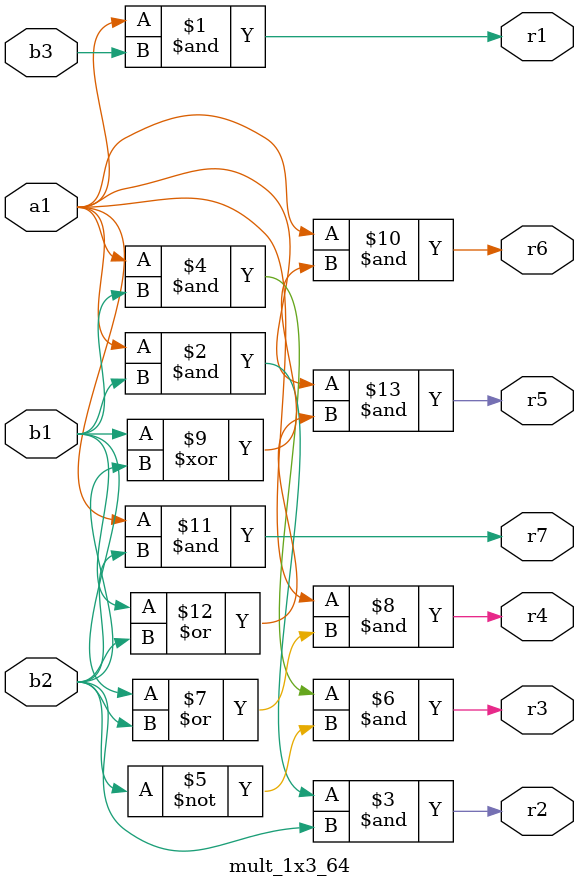
<source format=v>

module mult_1x3_64 ( 
    a1, b1, b2, b3,
   r1,r2,r3,r4,r5,r6,r7  );
  input  a1, b1, b2, b3;
  output r1,r2,r3,r4,r5,r6,r7;
  assign r1 = a1 & b3;
  assign r2 = a1 & b1 & b2;
  assign r3 = a1 & b1 & ~b2;
  assign r4 = a1 & (b1 | b2);
  assign r6 = a1 & (b1 ^ b2);
  assign r7 = a1 & b2;
  assign r5 = a1 & (b1 | b2);
endmodule



</source>
